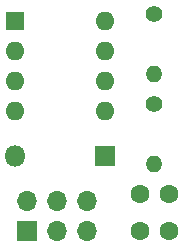
<source format=gbs>
G04 #@! TF.GenerationSoftware,KiCad,Pcbnew,8.0.1-8.0.1-1~ubuntu22.04.1*
G04 #@! TF.CreationDate,2024-07-15T21:43:53-04:00*
G04 #@! TF.ProjectId,Clock_Addon,436c6f63-6b5f-4416-9464-6f6e2e6b6963,rev?*
G04 #@! TF.SameCoordinates,Original*
G04 #@! TF.FileFunction,Soldermask,Bot*
G04 #@! TF.FilePolarity,Negative*
%FSLAX46Y46*%
G04 Gerber Fmt 4.6, Leading zero omitted, Abs format (unit mm)*
G04 Created by KiCad (PCBNEW 8.0.1-8.0.1-1~ubuntu22.04.1) date 2024-07-15 21:43:53*
%MOMM*%
%LPD*%
G01*
G04 APERTURE LIST*
%ADD10C,1.400000*%
%ADD11O,1.400000X1.400000*%
%ADD12R,1.800000X1.800000*%
%ADD13O,1.800000X1.800000*%
%ADD14C,1.600000*%
%ADD15O,1.600000X1.600000*%
%ADD16R,1.600000X1.600000*%
%ADD17R,1.700000X1.700000*%
%ADD18O,1.700000X1.700000*%
G04 APERTURE END LIST*
D10*
X140335000Y-42545000D03*
D11*
X140335000Y-47625000D03*
D12*
X136144000Y-54610000D03*
D13*
X128524000Y-54610000D03*
D14*
X139085000Y-57785000D03*
X141585000Y-57785000D03*
D15*
X136154000Y-43190000D03*
X136154000Y-45730000D03*
X136154000Y-48270000D03*
X136154000Y-50810000D03*
X128534000Y-50810000D03*
X128534000Y-48270000D03*
X128534000Y-45730000D03*
D16*
X128534000Y-43190000D03*
D17*
X129540000Y-60960000D03*
D18*
X129540000Y-58420000D03*
X132080000Y-60960000D03*
X132080000Y-58420000D03*
X134620000Y-60960000D03*
X134620000Y-58420000D03*
D10*
X140335000Y-50165000D03*
D11*
X140335000Y-55245000D03*
D14*
X141585000Y-60960000D03*
X139085000Y-60960000D03*
M02*

</source>
